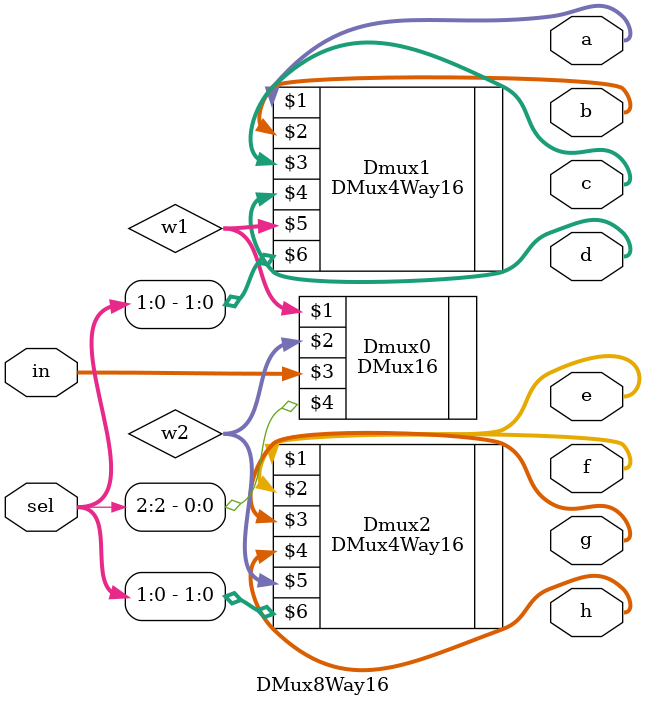
<source format=v>
/* módulo DMux8Way16 */
/* Leonardo Vecchi Meirelles - 12011ECP002 */

`ifndef _DMux8Way16_
`define _DMux8Way16_
`include "DMux4Way16.v"

module DMux8Way16(a, b, c, d, e, f, g, h, in, sel);
    input [15:0] in; 
    input [2:0] sel;
    output [15:0] a, b, c, d, e, f, g, h;
    wire [15:0] w1, w2;
    
    DMux16 Dmux0(w1, w2, in, sel[2]);
    DMux4Way16 Dmux1(a, b, c, d, w1, sel[1:0]);
    DMux4Way16 Dmux2(e, f, g, h, w2, sel[1:0]);

    // Descrição de conexões internas do módulo

endmodule

`endif
</source>
